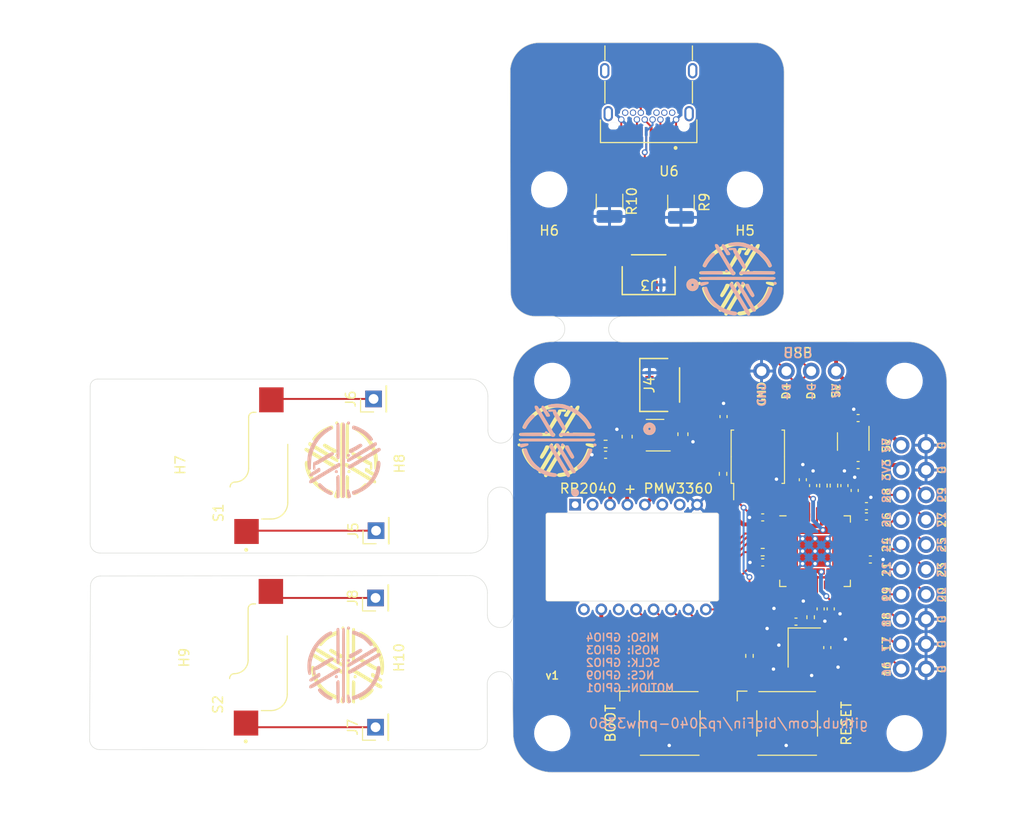
<source format=kicad_pcb>
(kicad_pcb (version 20221018) (generator pcbnew)
  (layers (0 "F.Cu" signal) (31 "B.Cu" signal) (34 "B.Paste" user) (35 "F.Paste" user) (36 "B.SilkS" user "B.Silkscreen") (37 "F.SilkS" user "F.Silkscreen") (38 "B.Mask" user) (39 "F.Mask" user) (44 "Edge.Cuts" user))
  (net 0 "")
  (net 1 "+5V")
  (net 2 "D-")
  (net 3 "D+")
  (net 4 "+3V3")
  (net 5 "+1V1")
  (net 6 "Net-(U2-VDDPIX)")
  (net 7 "Net-(U2-LED_P)")
  (net 8 "XIN")
  (net 9 "XOUT")
  (net 10 "QSPI_SS")
  (net 11 "QSPI_SD3")
  (net 12 "QSPI_SCLK")
  (net 13 "QSPI_SD0")
  (net 14 "QSPI_SD2")
  (net 15 "QSPI_SD1")
  (net 16 "+1V8")
  (net 17 "MISO")
  (net 19 "MOTION")
  (net 20 "SCLK")
  (net 22 "MOSI")
  (net 24 "NCS")
  (net 29 "GPIO29")
  (net 30 "GPIO28")
  (net 31 "GPIO27")
  (net 32 "GPIO26")
  (net 33 "GPIO25")
  (net 34 "GPIO24")
  (net 35 "GPIO23")
  (net 36 "GPIO20")
  (net 37 "GPIO19")
  (net 38 "GPIO18")
  (net 39 "GPIO17")
  (net 40 "GPIO16")
  (net 41 "GPIO21")
  (net 49 "Net-(C2-Pad1)")
  (net 50 "Net-(J5-Pin_1)")
  (net 51 "Net-(J6-Pin_1)")
  (net 52 "Net-(J7-Pin_1)")
  (net 53 "Net-(J8-Pin_1)")
  (net 54 "Net-(R2-Pad2)")
  (net 55 "Net-(U5-USB_DP)")
  (net 56 "Net-(U5-USB_DM)")
  (net 57 "Net-(U5-RUN)")
  (net 72 "+")
  (net 73 "Net-(R10-+)")
  (net 86 "DN")
  (net 87 "DP")
  (net 88 "Net-(R9-+)")
  (net 89 "GND-USB")
  (footprint "Capacitor_SMD:C_0402_1005Metric" (layer "F.Cu") (at 148.85 113.85)
    (fp_text reference "C1" hide)
    (fp_text value "30p")
  )
  (footprint "Capacitor_SMD:C_0402_1005Metric" (layer "F.Cu") (at 141.45 92.9 90)
    (fp_text reference "C7" hide)
    (fp_text value "100n")
  )
  (footprint "Capacitor_SMD:C_0402_1005Metric" (layer "F.Cu") (at 152.4 112.55 -90)
    (fp_text reference "C11" hide)
    (fp_text value "100n")
  )
  (footprint "Capacitor_SMD:C_0402_1005Metric" (layer "F.Cu") (at 156.05 103.1)
    (fp_text reference "C18" hide)
    (fp_text value "100n")
  )
  (footprint "Resistor_SMD:R_0402_1005Metric" (layer "F.Cu") (at 144.1 117.35 -90)
    (fp_text reference "R2" hide)
    (fp_text value "1k")
  )
  (footprint "Resistor_SMD:R_0402_1005Metric" (layer "F.Cu") (at 141.4 98.75 -90)
    (fp_text reference "R3" hide)
    (fp_text value "10k")
  )
  (footprint "RP2040:RP2040-QFN-56" (layer "F.Cu") (at 150.8 106.65)
    (fp_text reference "U5" hide)
    (fp_text value "RP2040")
  )
  (footprint "Crystal:Crystal_SMD_3225-4Pin_3.2x2.5mm" (layer "F.Cu") (at 149.7 116.5 -90)
    (fp_text reference "Y1" hide)
    (fp_text value "Crystal_GND24")
  )
  (footprint "Capacitor_SMD:C_0402_1005Metric" (layer "F.Cu") (at 152.05 116.5 -90)
    (fp_text reference "C2" hide)
    (fp_text value "30p")
  )
  (footprint "Capacitor_SMD:C_0402_1005Metric" (layer "F.Cu") (at 145.45 107.8 180)
    (fp_text reference "C15" hide)
    (fp_text value "100n")
  )
  (footprint "Capacitor_SMD:C_0402_1005Metric" (layer "F.Cu") (at 156.45 107.5)
    (fp_text reference "C14" hide)
    (fp_text value "100n")
  )
  (footprint "Resistor_SMD:R_0402_1005Metric" (layer "F.Cu") (at 150.35 113.4 90)
    (fp_text reference "R1" hide)
    (fp_text value "1k")
  )
  (footprint "Capacitor_SMD:C_0402_1005Metric" (layer "F.Cu") (at 151.37 112.55 -90)
    (fp_text reference "C17" hide)
    (fp_text value "100n")
  )
  (footprint "Capacitor_SMD:C_0402_1005Metric" (layer "F.Cu") (at 145.45 103.2 180)
    (fp_text reference "C13" hide)
    (fp_text value "100n")
  )
  (footprint "Connector_PinHeader_2.54mm:PinHeader_1x04_P2.54mm_Vertical" (layer "F.Cu") (at 152.95 88.25 -90)
    (fp_text reference "J2" hide)
    (fp_text value "Conn_01x04")
  )
  (footprint "Capacitor_SMD:C_0402_1005Metric" (layer "F.Cu") (at 129.4 96.8 180)
    (fp_text reference "C4" hide)
    (fp_text value "4.7u")
  )
  (footprint "Capacitor_SMD:C_0402_1005Metric" (layer "F.Cu") (at 154.85 100.45 90)
    (fp_text reference "C16" hide)
    (fp_text value "1u")
  )
  (footprint "Resistor_SMD:R_0402_1005Metric" (layer "F.Cu") (at 152.73 99.95 -90)
    (fp_text reference "R7" hide)
    (fp_text value "27")
  )
  (footprint "Capacitor_SMD:C_0402_1005Metric" (layer "F.Cu") (at 149.55 99.35 90)
    (fp_text reference "C9" hide)
    (fp_text value "100n")
  )
  (footprint "Resistor_SMD:R_0402_1005Metric" (layer "F.Cu") (at 151.65 99.95 -90)
    (fp_text reference "R6" hide)
    (fp_text value "27")
  )
  (footprint "Capacitor_SMD:C_0402_1005Metric" (layer "F.Cu") (at 150.6 99.95 90)
    (fp_text reference "C12" hide)
    (fp_text value "100n")
  )
  (footprint "MountingHole:MountingHole_3.2mm_M3" (layer "F.Cu") (at 159.95 125.25)
    (fp_text reference "H4" hide)
    (fp_text value "MountingHole")
  )
  (footprint "Button_Switch_SMD:SW_SPST_Omron_B3FS-100xP" (layer "F.Cu") (at 147.95 124.25)
    (fp_text reference "SW2" hide)
    (fp_text value "SW_Push")
  )
  (footprint "Package_TO_SOT_SMD:SOT-23-5" (layer "F.Cu") (at 154.7 95.45 -90)
    (fp_text reference "U1" hide)
    (fp_text value "TLV73333PDBV")
  )
  (footprint "Capacitor_SMD:C_0402_1005Metric" (layer "F.Cu") (at 155.2 97.85 180)
    (fp_text reference "C5" hide)
    (fp_text value "1u")
  )
  (footprint "Capacitor_SMD:C_0402_1005Metric" (layer "F.Cu") (at 155.2 93.05 180)
    (fp_text reference "C3" hide)
    (fp_text value "1u")
  )
  (footprint "MountingHole:MountingHole_3.2mm_M3" (layer "F.Cu") (at 159.95 89.25)
    (fp_text reference "H3" hide)
    (fp_text value "MountingHole")
  )
  (footprint "Capacitor_SMD:C_0402_1005Metric" (layer "F.Cu") (at 153.8 99.95 90)
    (fp_text reference "C10" hide)
    (fp_text value "1u")
  )
  (footprint "Capacitor_SMD:C_0402_1005Metric" (layer "F.Cu") (at 156.05 102.05)
    (fp_text reference "C19" hide)
    (fp_text value "100n")
  )
  (footprint "Resistor_SMD:R_0402_1005Metric" (layer "F.Cu") (at 129.4 95.7 180)
    (fp_text reference "R4" hide)
    (fp_text value "39")
  )
  (footprint "Connector_PinHeader_2.54mm:PinHeader_2x10_P2.54mm_Vertical" (layer "F.Cu") (at 159.6 95.82)
    (fp_text reference "J1" hide)
    (fp_text value "Conn_02x10_Odd_Even")
  )
  (footprint "Package_SO:SOIC-8_5.23x5.23mm_P1.27mm" (layer "F.Cu") (at 144.95 97 90)
    (fp_text reference "U3" hide)
    (fp_text value "W25Q128JVS")
  )
  (footprint "Resistor_SMD:R_0402_1005Metric" (layer "F.Cu") (at 145.45 106.75 180)
    (fp_text reference "R5" hide)
    (fp_text value "10k")
  )
  (footprint "MountingHole:MountingHole_3.2mm_M3" (layer "F.Cu") (at 123.95 125.25)
    (fp_text reference "H2" hide)
    (fp_text value "MountingHole")
  )
  (footprint "Capacitor_SMD:C_0603_1608Metric" (layer "F.Cu") (at 131.6 94.95 90)
    (fp_text reference "C8" hide)
    (fp_text value "1u")
  )
  (footprint "Capacitor_SMD:C_0603_1608Metric" (layer "F.Cu") (at 137.3 94.7 90)
    (fp_text reference "C6" hide)
    (fp_text value "0.1u")
  )
  (footprint "Package_TO_SOT_SMD:SOT-23-5" (layer "F.Cu") (at 134.45 94.8 180)
    (fp_text reference "U4" hide)
    (fp_text value "TCR2EF19")
  )
  (footprint "Button_Switch_SMD:SW_SPST_Omron_B3FS-100xP" (layer "F.Cu") (at 135.95 124.25)
    (fp_text reference "SW1" hide)
    (fp_text value "SW_Push")
  )
  (footprint "MountingHole:MountingHole_3.2mm_M3" (layer "F.Cu") (at 123.95 89.25)
    (fp_text reference "H1" hide)
    (fp_text value "MountingHole")
  )
  (footprint "LOGO" (layer "F.Cu") (at 102.85 118.375 90)
    (fp_text reference "G***" hide)
    (fp_text value "LOGO" hide)
  )
  (footprint "MountingHole:MountingHole_3.2mm_M3" (layer "F.Cu") (at 123.638346 69.697026 180)
    (fp_text reference "H6")
    (fp_text value "MountingHole")
  )
  (footprint "Resistor_SMD:R_1210_3225Metric_Pad1.30x2.65mm_HandSolder" (layer "F.Cu") (at 137.1 71 -90)
    (fp_text reference "R9")
    (fp_text value "5.1k")
  )
  (footprint "LOGO" (layer "F.Cu") (at 102.215 97.42 90)
    (fp_text reference "G***" hide)
    (fp_text value "LOGO" hide)
  )
  (footprint "Kailk SMD socket PG151101S11:SW_PG151101S11" (layer "F.Cu") (at 93.93 117.488 90)
    (fp_text reference "S2")
    (fp_text value "PG151101S11")
  )
  (footprint "footprints:CONN6x1_FH34SRJ-6S-0.5SH50_HIR" (layer "F.Cu") (at 133.8 78.4 180)
    (fp_text reference "J3")
    (fp_text value "FH34SRJ-6S-0.5SH50")
  )
  (footprint "Connector_PinHeader_2.54mm:PinHeader_1x01_P2.54mm_Vertical" (layer "F.Cu") (at 105.895 111.429 90)
    (fp_text reference "J8")
    (fp_text value "Conn_01x01")
  )
  (footprint "MountingHole:MountingHole_3.2mm_M3" (layer "F.Cu") (at 112.55 97.7 90)
    (fp_text reference "H8")
    (fp_text value "MountingHole")
  )
  (footprint "Connector_PinHeader_2.54mm:PinHeader_1x01_P2.54mm_Vertical" (layer "F.Cu") (at 105.946 104.558 90)
    (fp_text reference "J5")
    (fp_text value "Conn_01x01")
  )
  (footprint "Kailk SMD socket PG151101S11:SW_PG151101S11" (layer "F.Cu") (at 93.981 97.913 90)
    (fp_text reference "S1")
    (fp_text value "PG151101S11")
  )
  (footprint "MountingHole:MountingHole_3.2mm_M3" (layer "F.Cu") (at 112.499 117.525 90)
    (fp_text reference "H10")
    (fp_text value "MountingHole")
  )
  (footprint "LOGO" (layer "F.Cu") (at 142.855 79.005 180)
    (fp_text reference "G***" hide)
    (fp_text value "LOGO" hide)
  )
  (footprint "MountingHole:MountingHole_3.2mm_M3" (layer "F.Cu") (at 143.638346 69.697026 180)
    (fp_text reference "H5")
    (fp_text value "MountingHole")
  )
  (footprint "MountingHole:MountingHole_3.2mm_M3" (layer "F.Cu") (at 81.003 117.525 90)
    (fp_text reference "H9")
    (fp_text value "MountingHole")
  )
  (footprint "Connector_PinHeader_2.54mm:PinHeader_1x01_P2.54mm_Vertical" (layer "F.Cu") (at 105.895 124.637 90)
    (fp_text reference "J7")
    (fp_text value "Conn_01x01")
  )
  (footprint "LOGO" (layer "F.Cu") (at 124.44 95.515 180)
    (fp_text reference "G***" hide)
    (fp_text value "LOGO" hide)
  )
  (footprint "Resistor_SMD:R_1210_3225Metric_Pad1.30x2.65mm_HandSolder" (layer "F.Cu") (at 129.8 70.9 -90)
    (fp_text reference "R10")
    (fp_text value "5.1k")
  )
  (footprint "Connector_PinHeader_2.54mm:PinHeader_1x01_P2.54mm_Vertical" (layer "F.Cu") (at 105.692 91.096 90)
    (fp_text reference "J6")
    (fp_text value "Conn_01x01")
  )
  (footprint "MountingHole:MountingHole_3.2mm_M3" (layer "F.Cu") (at 81.054 97.7 90)
    (fp_text reference "H7")
    (fp_text value "MountingHole")
  )
  (footprint "footprints:CONN6x1_FH34SRJ-6S-0.5SH50_HIR" (layer "F.Cu") (at 134.925007 89.67 90)
    (fp_text reference "J4")
    (fp_text value "FH34SRJ-6S-0.5SH50")
  )
  (footprint "TypeC:AMPHENOL_GSB3CA11310DSHR" (layer "F.Cu") (at 133.8 63.2 180)
    (fp_text reference "U6")
    (fp_text value "TYPE-C-31-M-14")
    (fp_line (start 3.45 -0.35) (end 3.75 -0.35) (stroke (width 0.01)) (layer "Edge.Cuts"))
    (fp_line (start 3.75 0.35) (end 3.45 0.35) (stroke (width 0.01)) (layer "Edge.Cuts"))
    (fp_arc (start 3.1 0) (mid 3.202513 -0.247487) (end 3.45 -0.35) (stroke (width 0.01)) (layer "Edge.Cuts"))
    (fp_arc (start 3.45 0.35) (mid 3.202513 0.247487) (end 3.1 0) (stroke (width 0.01)) (layer "Edge.Cuts"))
    (fp_arc (start 3.75 -0.35) (mid 3.997487 -0.247487) (end 4.1 0) (stroke (width 0.01)) (layer "Edge.Cuts"))
    (fp_arc (start 4.1 0) (mid 3.997487 0.247487) (end 3.75 0.35) (stroke (width 0.01)) (layer "Edge.Cuts"))
  )
  (footprint "PMW3360:PMW3360" (layer "B.Cu") (at 126.29 101.9 -90)
    (fp_text reference "U2" hide)
    (fp_text value "PMW3360")
  )
  (footprint "LOGO" (layer "B.Cu") (at 124.44 95.515)
    (fp_text reference "G***" hide)
    (fp_text value "LOGO" hide)
  )
  (footprint "LOGO" (layer "B.Cu") (at 142.855 79.005)
    (fp_text reference "G***" hide)
    (fp_text value "LOGO" hide)
  )
  (footprint "LOGO" (layer "B.Cu") (at 102.85 97.42 90)
    (fp_text reference "G***" hide)
    (fp_text value "LOGO" hide)
  )
  (footprint "LOGO" (layer "B.Cu") (at 102.85 118.375 90)
    (fp_text reference "G***" hide)
    (fp_text value "LOGO" hide)
  )
  (gr_arc (start 164.25 125.25) (mid 163.078427 128.078427) (end 160.25 129.25) (stroke (width 0.05)) (layer "Edge.Cuts"))
  (gr_line (start 123.5 111.75) (end 140.75 111.75) (stroke (width 0.05)) (layer "Edge.Cuts"))
  (gr_arc (start 123.5 111.75) (mid 123.358579 111.691421) (end 123.3 111.55) (stroke (width 0.05)) (layer "Edge.Cuts"))
  (gr_line (start 123.909998 82.649692) (end 122.229026 82.659026) (stroke (width 0.05)) (layer "Edge.Cuts"))
  (gr_arc (start 140.75 102.75) (mid 140.891421 102.808579) (end 140.95 102.95) (stroke (width 0.05)) (layer "Edge.Cuts"))
  (gr_arc (start 119.915531 113.174891) (mid 118.632557 114.455556) (end 117.325001 113.2) (stroke (width 0.05)) (layer "Edge.Cuts"))
  (gr_arc (start 115.598 89.064) (mid 116.855236 89.584764) (end 117.376 90.842) (stroke (width 0.05)) (layer "Edge.Cuts"))
  (gr_line (start 117.376 90.842) (end 117.376 94.275) (stroke (width 0.05)) (layer "Edge.Cuts"))
  (gr_line (start 117.325 110.921) (end 117.325 113.2) (stroke (width 0.05)) (layer "Edge.Cuts"))
  (gr_line (start 140.95 111.55) (end 140.95 102.95) (stroke (width 0.05)) (layer "Edge.Cuts"))
  (gr_line (start 160.25 85.25) (end 131 85.275) (stroke (width 0.05)) (layer "Edge.Cuts"))
  (gr_line (start 123.95 129.25) (end 160.25 129.25) (stroke (width 0.05)) (layer "Edge.Cuts"))
  (gr_arc (start 122.229026 82.659026) (mid 120.432975 81.915077) (end 119.689026 80.119026) (stroke (width 0.05)) (layer "Edge.Cuts"))
  (gr_arc (start 117.355555 101.349385) (mid 118.65281 100.104977) (end 119.924999 101.375) (stroke (width 0.05)) (layer "Edge.Cuts"))
  (gr_arc (start 117.376 105.066) (mid 116.855236 106.323236) (end 115.598 106.844) (stroke (width 0.05)) (layer "Edge.Cuts"))
  (gr_line (start 119.95 89.25) (end 119.964433 94.299887) (stroke (width 0.05)) (layer "Edge.Cuts"))
  (gr_arc (start 144.638346 54.697026) (mid 146.759666 55.575706) (end 147.638346 57.697026) (stroke (width 0.05)) (layer "Edge.Cuts"))
  (gr_arc (start 115.547 109.143) (mid 116.804236 109.663764) (end 117.325 110.921) (stroke (width 0.05)) (layer "Edge.Cuts"))
  (gr_arc (start 140.95 111.55) (mid 140.891421 111.691421) (end 140.75 111.75) (stroke (width 0.05)) (layer "Edge.Cuts"))
  (gr_line (start 77.498 89.064) (end 115.598 89.064) (stroke (width 0.05)) (layer "Edge.Cuts"))
  (gr_line (start 119.689026 80.119026) (end 119.638346 57.697026) (stroke (width 0.05)) (layer "Edge.Cuts"))
  (gr_arc (start 77.752 106.844) (mid 77.03358 106.54642) (end 76.736 105.828) (stroke (width 0.05)) (layer "Edge.Cuts"))
  (gr_arc (start 160.25 85.25) (mid 163.078427 86.421573) (end 164.25 89.25) (stroke (width 0.05)) (layer "Edge.Cuts"))
  (gr_line (start 116.304 126.936) (end 77.701 126.923) (stroke (width 0.05)) (layer "Edge.Cuts"))
  (gr_arc (start 77.701 126.923) (mid 76.98258 126.62542) (end 76.685 125.907) (stroke (width 0.05)) (layer "Edge.Cuts"))
  (gr_arc (start 147.610974 80.100974) (mid 146.867026 81.897026) (end 145.070974 82.640974) (stroke (width 0.05)) (layer "Edge.Cuts"))
  (gr_arc (start 123.909998 82.649692) (mid 125.220193 83.929998) (end 123.95 85.25) (stroke (width 0.05)) (layer "Edge.Cuts"))
  (gr_line (start 147.610974 80.100974) (end 147.638346 57.697026) (stroke (width 0.05)) (layer "Edge.Cuts"))
  (gr_arc (start 117.32 125.92) (mid 117.02242 126.63842) (end 116.304 126.936) (stroke (width 0.05)) (layer "Edge.Cuts"))
  (gr_line (start 76.736 105.828) (end 76.736 89.826) (stroke (width 0.05)) (layer "Edge.Cuts"))
  (gr_line (start 115.598 106.844) (end 77.752 106.844) (stroke (width 0.05)) (layer "Edge.Cuts"))
  (gr_arc (start 123.3 102.95) (mid 123.358579 102.808579) (end 123.5 102.75) (stroke (width 0.05)) (layer "Edge.Cuts"))
  (gr_arc (start 119.95 89.25) (mid 121.121573 86.421573) (end 123.95 85.25) (stroke (width 0.05)) (layer "Edge.Cuts"))
  (gr_line (start 119.925 101.375) (end 119.925 113.175) (stroke (width 0.05)) (layer "Edge.Cuts"))
  (gr_arc (start 119.964433 94.299887) (mid 118.657555 95.604413) (end 117.376 94.275) (stroke (width 0.05)) (layer "Edge.Cuts"))
  (gr_line (start 144.638346 54.697026) (end 122.638346 54.697026) (stroke (width 0.05)) (layer "Edge.Cuts"))
  (gr_line (start 131.03 82.69) (end 145.070974 82.640974) (stroke (width 0.05)) (layer "Edge.Cuts"))
  (gr_arc (start 76.77142 110.20342) (mid 77.069 109.485) (end 77.78742 109.18742) (stroke (width 0.05)) (layer "Edge.Cuts"))
  (gr_arc (start 119.638346 57.697026) (mid 120.517026 55.575706) (end 122.638346 54.697026) (stroke (width 0.05)) (layer "Edge.Cuts"))
  (gr_line (start 140.75 102.75) (end 123.5 102.75) (stroke (width 0.05)) (layer "Edge.Cuts"))
  (gr_line (start 164.25 125.25) (end 164.25 89.25) (stroke (width 0.05)) (layer "Edge.Cuts"))
  (gr_arc (start 123.95 129.25) (mid 121.121573 128.078427) (end 119.95 125.25) (stroke (width 0.05)) (layer "Edge.Cuts"))
  (gr_arc (start 76.736 89.826) (mid 76.959185 89.287185) (end 77.498 89.064) (stroke (width 0.05)) (layer "Edge.Cuts"))
  (gr_line (start 117.32 125.92) (end 117.305405 120.275542) (stroke (width 0.05)) (layer "Edge.Cuts"))
  (gr_line (start 117.376 105.066) (end 117.355555 101.349385) (stroke (width 0.05)) (layer "Edge.Cuts"))
  (gr_line (start 123.3 102.95) (end 123.3 111.55) (stroke (width 0.05)) (layer "Edge.Cuts"))
  (gr_arc (start 131 85.270348) (mid 129.709739 83.964999) (end 131.03 82.690001) (stroke (width 0.05)) (layer "Edge.Cuts"))
  (gr_arc (start 117.305405 120.275542) (mid 118.564728 118.955162) (end 119.874999 120.225) (stroke (width 0.05)) (layer "Edge.Cuts"))
  (gr_line (start 76.685 125.907) (end 76.77142 110.20342) (stroke (width 0.05)) (layer "Edge.Cuts"))
  (gr_line (start 77.78742 109.18742) (end 115.547 109.143) (stroke (width 0.05)) (layer "Edge.Cuts"))
  (gr_line (start 119.95 125.25) (end 119.875 120.225) (stroke (width 0.05)) (layer "Edge.Cuts"))
  (gr_text "29" (at 163.75 100.9 90) (layer "B.SilkS") (effects (font (size 0.8 0.8)) (justify mirror)))
  (gr_text "G" (at 163.75 95.85 90) (layer "B.SilkS") (effects (font (size 0.8 0.8)) (justify mirror)))
  (gr_text "G" (at 163.75 98.35 90) (layer "B.SilkS") (effects (font (size 0.8 0.8)) (justify mirror)))
  (gr_text "27" (at 163.75 103.45 90) (layer "B.SilkS") (effects (font (size 0.8 0.8)) (justify mirror)))
  (gr_text "25" (at 163.75 106 90) (layer "B.SilkS") (effects (font (size 0.8 0.8)) (justify mirror)))
  (gr_text "23" (at 163.75 108.55 90) (layer "B.SilkS") (effects (font (size 0.8 0.8)) (justify mirror)))
  (gr_text "20" (at 163.75 111.1 90) (layer "B.SilkS") (effects (font (size 0.8 0.8)) (justify mirror)))
  (gr_text "G" (at 163.75 118.7 90) (layer "B.SilkS") (effects (font (size 0.8 0.8)) (justify mirror)))
  (gr_text "G" (at 163.75 113.6 90) (layer "B.SilkS") (effects (font (size 0.8 0.8)) (justify mirror)))
  (gr_text "G" (at 163.75 116.15 90) (layer "B.SilkS") (effects (font (size 0.8 0.8)) (justify mirror)))
  (gr_text "19" (at 158.1 111.05 90) (layer "B.SilkS") (effects (font (size 0.8 0.8)) (justify mirror)))
  (gr_text "17" (at 158.1 116.15 90) (layer "B.SilkS") (effects (font (size 0.8 0.8)) (justify mirror)))
  (gr_text "16" (at 158.1 118.7 90) (layer "B.SilkS") (effects (font (size 0.8 0.8)) (justify mirror)))
  (gr_text "24" (at 158.1 106 90) (layer "B.SilkS") (effects (font (size 0.8 0.8)) (justify mirror)))
  (gr_text "3V3" (at 158.1 98.35 90) (layer "B.SilkS") (effects (font (size 0.8 0.8)) (justify mirror)))
  (gr_text "5V" (at 158.1 95.85 90) (layer "B.SilkS") (effects (font (size 0.8 0.8)) (justify mirror)))
  (gr_text "21" (at 158.1 108.5 90) (layer "B.SilkS") (effects (font (size 0.8 0.8)) (justify mirror)))
  (gr_text "26" (at 158.1 103.45 90) (layer "B.SilkS") (effects (font (size 0.8 0.8)) (justify mirror)))
  (gr_text "28" (at 158.1 100.95 90) (layer "B.SilkS") (effects (font (size 0.8 0.8)) (justify mirror)))
  (gr_text "18" (at 158.1 113.65 90) (layer "B.SilkS") (effects (font (size 0.8 0.8)) (justify mirror)))
  (gr_text "GND" (at 145.361905 89.35 90) (layer "B.SilkS") (effects (font (size 0.8 0.8)) (justify left mirror)))
  (gr_text "D-" (at 150.45 89.4 90) (layer "B.SilkS") (effects (font (size 0.8 0.8)) (justify left mirror)))
  (gr_text "5V" (at 153 89.45 90) (layer "B.SilkS") (effects (font (size 0.8 0.8)) (justify left mirror)))
  (gr_text "D+" (at 147.9 89.4 90) (layer "B.SilkS") (effects (font (size 0.8 0.8)) (justify left mirror)))
  (gr_text "USB" (at 149.05 86.4) (layer "B.SilkS") (effects (font (size 1 1)) (justify mirror)))
  (gr_text "MISO: GPIO4\nMOSI: GPIO3\nSCLK: GPIO2\nNCS: GPIO9\nMOTION: GPIO1" (at 127.3 118.05) (layer "B.SilkS") (effects (font (size 0.8 0.8)) (justify right mirror)))
  (gr_text "github.com/bigFin/rp2040-pmw3360" (at 141.95 124.25) (layer "B.SilkS") (effects (font (size 1 1)) (justify mirror)))
  (gr_text "29" (at 163.75 100.9 90) (layer "F.SilkS") (effects (font (size 0.8 0.8))))
  (gr_text "USB" (at 149.05 86.4) (layer "F.SilkS") (effects (font (size 1 1))))
  (gr_text "18" (at 158.1 113.65 90) (layer "F.SilkS") (effects (font (size 0.8 0.8))))
  (gr_text "BOOT" (at 129.9 124.25 90) (layer "F.SilkS") (effects (font (size 1 1))))
  (gr_text "v1" (at 123.95 119.35) (layer "F.SilkS") (effects (font (size 0.8 0.8))))
  (gr_text "5V" (at 158.1 95.85 90) (layer "F.SilkS") (effects (font (size 0.8 0.8))))
  (gr_text "27" (at 163.75 103.45 90) (layer "F.SilkS") (effects (font (size 0.8 0.8))))
  (gr_text "G" (at 163.75 116.15 90) (layer "F.SilkS") (effects (font (size 0.8 0.8))))
  (gr_text "RESET" (at 154 124.25 90) (layer "F.SilkS") (effects (font (size 1 1))))
  (gr_text "23" (at 163.75 108.55 90) (layer "F.SilkS") (effects (font (size 0.8 0.8))))
  (gr_text "5V" (at 152.95 89.45 90) (layer "F.SilkS") (effects (font (size 0.8 0.8)) (justify right)))
  (gr_text "26" (at 158.1 103.45 90) (layer "F.SilkS") (effects (font (size 0.8 0.8))))
  (gr_text "G" (at 163.75 113.6 90) (layer "F.SilkS") (effects (font (size 0.8 0.8))))
  (gr_text "GND" (at 145.35 89.25 90) (layer "F.SilkS") (effects (font (size 0.8 0.8)) (justify right)))
  (gr_text "20" (at 163.75 111.1 90) (layer "F.SilkS") (effects (font (size 0.8 0.8))))
  (gr_text "21" (at 158.1 108.5 90) (layer "F.SilkS") (effects (font (size 0.8 0.8))))
  (gr_text "G" (at 163.75 98.35 90) (layer "F.SilkS") (effects (font (size 0.8 0.8))))
  (gr_text "25" (at 163.75 106 90) (layer "F.SilkS") (effects (font (size 0.8 0.8))))
  (gr_text "28" (at 158.1 100.95 90) (layer "F.SilkS") (effects (font (size 0.8 0.8))))
  (gr_text "3V3" (at 158.1 98.35 90) (layer "F.SilkS") (effects (font (size 0.8 0.8))))
  (gr_text "G" (at 163.75 118.7 90) (layer "F.SilkS") (effects (font (size 0.8 0.8))))
  (gr_text "G" (at 163.75 95.85 90) (layer "F.SilkS") (effects (font (size 0.8 0.8))))
  (gr_text "D+" (at 147.85 89.25 90) (layer "F.SilkS") (effects (font (size 0.8 0.8)) (justify right)))
  (gr_text "RP2040 + PMW3360" (at 132.55 100.25) (layer "F.SilkS") (effects (font (size 1 1))))
  (gr_text "D-" (at 150.4 89.25 90) (layer "F.SilkS") (effects (font (size 0.8 0.8)) (justify right)))
  (gr_text "19" (at 158.1 111.05 90) (layer "F.SilkS") (effects (font (size 0.8 0.8))))
  (gr_text "16" (at 158.1 118.7 90) (layer "F.SilkS") (effects (font (size 0.8 0.8))))
  (gr_text "17" (at 158.1 116.15 90) (layer "F.SilkS") (effects (font (size 0.8 0.8))))
  (gr_text "24" (at 158.1 106 90) (layer "F.SilkS") (effects (font (size 0.8 0.8))))
  (segment (start 154.825 90.975) (end 154.825 90.225) (width 0.4) (layer "F.Cu") (net 1))
  (segment (start 154.825 90.975) (end 155.68 91.83) (width 0.4) (layer "F.Cu") (net 1))
  (segment (start 155.68 93.05) (end 155.68 94.32) (width 0.4) (layer "F.Cu") (net 1))
  (segment (start 155.68 91.83) (end 155.68 93.05) (width 0.4) (layer "F.Cu") (net 1))
  (segment (start 153.75 92.113998) (end 154.825 91.038998) (width 0.4) (layer "F.Cu") (net 1))
  (segment (start 153.75 94.35) (end 153.75 92.113998) (width 0.4) (layer "F.Cu") (net 1))
  (segment (start 155.68 94.32) (end 155.65 94.35) (width 0.2) (layer "F.Cu") (net 1))
  (segment (start 135.625 93.925) (end 135.55 93.85) (width 0.381) (layer "F.Cu") (net 1))
  (segment (start 137.3 93.925) (end 138.225 93.925) (width 0.4) (layer "F.Cu") (net 1))
  (segment (start 135.55 93.85) (end 137.225 93.85) (width 0.4) (layer "F.Cu") (net 1))
  (segment (start 137.225 93.85) (end 137.3 93.925) (width 0.381) (layer "F.Cu") (net 1))
  (segment (start 136.149999 96.349999) (end 135.55 95.75) (width 0.4) (layer "F.Cu") (net 1))
  (segment (start 151.55 85.7125) (end 152.95 87.1125) (width 0.4) (layer "F.Cu") (net 1))
  (segment (start 129.57 92.44) (end 129.57 90.71) (width 0.4) (layer "F.Cu") (net 1))
  (segment (start 155.68 93.05) (end 156.83 93.05) (width 0.4) (layer "F.Cu") (net 1))
  (segment (start 139.1 96.05) (end 138.800001 96.349999) (width 0.4) (layer "F.Cu") (net 1))
  (segment (start 152.95 88.35) (end 154.825 90.225) (width 0.4) (layer "F.Cu") (net 1))
  (segment (start 139.1 94.8) (end 139.1 96.05) (width 0.4) (layer "F.Cu") (net 1))
  (segment (start 129.57 90.71) (end 129.57 87.07) (width 0.4) (layer "F.Cu") (net 1))
  (segment (start 133.88 90.92) (end 129.78 90.92) (width 0.4) (layer "F.Cu") (net 1))
  (segment (start 129.78 90.92) (end 129.57 90.71) (width 0.4) (layer "F.Cu") (net 1))
  (segment (start 133.3 85.7125) (end 151.55 85.7125) (width 0.4) (layer "F.Cu") (net 1))
  (segment (start 152.95 88.25) (end 152.95 88.35) (width 0.4) (layer "F.Cu") (net 1))
  (segment (start 129.57 87.07) (end 130.9275 85.7125) (width 0.4) (layer "F.Cu") (net 1))
  (segment (start 138.225 93.925) (end 139.1 94.8) (width 0.4) (layer "F.Cu") (net 1))
  (segment (start 138.800001 96.349999) (end 136.149999 96.349999) (width 0.4) (layer "F.Cu") (net 1))
  (segment (start 130.9275 85.7125) (end 133.3 85.7125) (width 0.4) (layer "F.Cu") (net 1))
  (segment (start 138.225 93.925) (end 137.05 92.75) (width 0.4) (layer "F.Cu") (net 1))
  (segment (start 156.83 93.05) (end 159.6 95.82) (width 0.4) (layer "F.Cu") (net 1))
  (segment (start 152.95 87.1125) (end 152.95 88.25) (width 0.4) (layer "F.Cu") (net 1))
  (segment (start 137.05 92.75) (end 129.88 92.75) (width 0.4) (layer "F.Cu") (net 1))
  (segment (start 129.88 92.75) (end 129.57 92.44) (width 0.4) (layer "F.Cu") (net 1))
  (segment (start 131.08 89.41) (end 131.59 89.92) (width 0.2) (layer "F.Cu") (net 2))
  (segment (start 152.35001 98.85001) (end 152.35001 97.984312) (width 0.2) (layer "F.Cu") (net 2))
  (segment (start 149.15001 89.44999) (end 150.35 88.25) (width 0.2) (layer "F.Cu") (net 2))
  (segment (start 152.73 99.23) (end 152.35001 98.85001) (width 0.2) (layer "F.Cu") (net 2))
  (segment (start 148.42 86.26) (end 131.51 86.26) (width 0.2) (layer "F.Cu") (net 2))
  (segment (start 151.05 96.684302) (end 151.05 92.134302) (width 0.2) (layer "F.Cu") (net 2))
  (segment (start 149.15001 90.234312) (end 149.15001 89.44999) (width 0.2) (layer "F.Cu") (net 2))
  (segment (start 151.05 92.134302) (end 149.15001 90.234312) (width 0.2) (layer "F.Cu") (net 2))
  (segment (start 152.73 99.44) (end 152.73 99.23) (width 0.2) (layer "F.Cu") (net 2))
  (segment (start 150.41 88.25) (end 148.42 86.26) (width 0.2) (layer "F.Cu") (net 2))
  (segment (start 131.51 86.26) (end 131.08 86.69) (width 0.2) (layer "F.Cu") (net 2))
  (segment (start 131.59 89.92) (end 133.88 89.92) (width 0.2) (layer "F.Cu") (net 2))
  (segment (start 131.08 86.69) (end 131.08 89.41) (width 0.2) (layer "F.Cu") (net 2))
  (segment (start 152.35001 97.984312) (end 151.05 96.684302) (width 0.2) (layer "F.Cu") (net 2))
  (segment (start 150.35 88.25) (end 150.41 88.25) (width 0.2) (layer "F.Cu") (net 2))
  (segment (start 151.95 98.15) (end 150.65 96.85) (width 0.2) (layer "F.Cu") (net 3))
  (segment (start 131.655686 86.68) (end 131.642843 86.692843) (width 0.2) (layer "F.Cu") (net 3))
  (segment (start 151.95 98.9) (end 151.95 98.15) (width 0.2) (layer "F.Cu") (net 3))
  (segment (start 151.65 99.2) (end 151.95 98.9) (width 0.2) (layer "F.Cu") (net 3))
  (segment (start 148.75 89.4) (end 147.87 88.52) (width 0.2) (layer "F.Cu") (net 3))
  (segment (start 131.91 89.42) (end 133.88 89.42) (width 0.2) (layer "F.Cu") (net 3))
  (segment (start 147.87 88.25) (end 146.3 86.68) (width 0.2) (layer "F.Cu") (net 3))
  (segment (start 150.65 96.85) (end 150.65 92.3) (width 0.2) (layer "F.Cu") (net 3))
  (segment (start 131.642843 86.692843) (end 131.642843 89.152843) (width 0.2) (layer "F.Cu") (net 3))
  (segment (start 151.65 99.44) (end 151.65 99.2) (width 0.2) (layer "F.Cu") (net 3))
  (segment (start 147.87 88.52) (end 147.87 88.25) (width 0.2) (layer "F.Cu") (net 3))
  (segment (start 146.3 86.68) (end 131.655686 86.68) (width 0.2) (layer "F.Cu") (net 3))
  (segment (start 150.65 92.3) (end 148.75 90.4) (width 0.2) (layer "F.Cu") (net 3))
  (segment (start 148.75 90.4) (end 148.75 89.4) (width 0.2) (layer "F.Cu") (net 3))
  (segment (start 131.642843 89.152843) (end 131.91 89.42) (width 0.2) (layer "F.Cu") (net 3))
  (segment (start 155.68 97.85) (end 155.65 97.88) (width 0.4) (layer "F.Cu") (net 4))
  (segment (start 155.65 96.55) (end 155.65 97.82) (width 0.381) (layer "F.Cu") (net 4))
  (segment (start 155.65 97.82) (end 155.68 97.85) (width 0.2) (layer "F.Cu") (net 4))
  (segment (start 147.3625 107.65) (end 147.9 107.65) (width 0.2) (layer "F.Cu") (net 4))
  (segment (start 141.45 93.38) (end 143.025 93.38) (width 0.4) (layer "F.Cu") (net 4))
  (segment (start 151 103.2125) (end 151 103.95) (width 0.2) (layer "F.Cu") (net 4))
  (segment (start 155.65 101.97) (end 155.57 102.05) (width 0.4) (layer "F.Cu") (net 4))
  (segment (start 151.4 103.2125) (end 151.4 103.85) (width 0.2) (layer "F.Cu") (net 4))
  (segment (start 155.82 107.65) (end 155.97 107.5) (width 0.2) (layer "F.Cu") (net 4))
  (segment (start 154.25 101.65) (end 154.25 102) (width 0.4) (layer "F.Cu") (net 4))
  (segment (start 141.45 98.19) (end 141.4 98.24) (width 0.4) (layer "F.Cu") (net 4))
  (segment (start 153 102.6) (end 153.2 102.4) (width 0.2) (layer "F.Cu") (net 4))
  (segment (start 155.47 100.93) (end 155.68 100.72) (width 0.4) (layer "F.Cu") (net 4))
  (segment (start 154.25 102) (end 154.3 102.05) (width 0.4) (layer "F.Cu") (net 4))
  (segment (start 145.96 106.75) (end 145.96 107.82) (width 0.4) (layer "F.Cu") (net 4))
  (segment (start 147.3625 103.7) (end 147.3625 103.94999) (width 0.4) (layer "F.Cu") (net 4))
  (segment (start 153.45 104.05) (end 153.4 104) (width 0.2) (layer "F.Cu") (net 4))
  (segment (start 139.45 100.05) (end 135.26 100.05) (width 0.4) (layer "F.Cu") (net 4))
  (segment (start 154.2375 107.65) (end 153.35 107.65) (width 0.2) (layer "F.Cu") (net 4))
  (segment (start 139.5 100) (end 139.51 100) (width 0.4) (layer "F.Cu") (net 4))
  (segment (start 154.85 100.93) (end 154.85 101.05) (width 0.4) (layer "F.Cu") (net 4))
  (segment (start 151.25 102) (end 151.25 101.011996) (width 0.2) (layer "F.Cu") (net 4))
  (segment (start 154.2375 104.05) (end 153.45 104.05) (width 0.2) (layer "F.Cu") (net 4))
  (segment (start 139.51 100) (end 141.27 98.24) (width 0.4) (layer "F.Cu") (net 4))
  (segment (start 143.41001 103.91001) (end 139.5 100) (width 0.4) (layer "F.Cu") (net 4))
  (segment (start 159.09 97.85) (end 159.6 98.36) (width 0.4) (layer "F.Cu") (net 4))
  (segment (start 139.5 100) (end 139.45 100.05) (width 0.4) (layer "F.Cu") (net 4))
  (segment (start 146.9625 103.3) (end 147.3625 103.7) (width 0.4) (layer "F.Cu") (net 4))
  (segment (start 151 110.0875) (end 151 109.35) (width 0.2) (layer "F.Cu") (net 4))
  (segment (start 155.57 102.05) (end 154.3 102.05) (width 0.4) (layer "F.Cu") (net 4))
  (segment (start 135.26 100.05) (end 133.41 101.9) (width 0.4) (layer "F.Cu") (net 4))
  (segment (start 155.47 100.93) (end 155.65 101.11) (width 0.4) (layer "F.Cu") (net 4))
  (segment (start 151 111.15) (end 151.4 111.55) (width 0.2) (layer "F.Cu") (net 4))
  (segment (start 143.025 93.38) (end 143.045 93.4) (width 0.381) (layer "F.Cu") (net 4))
  (segment (start 153 103.85) (end 153.2 104.05) (width 0.2) (layer "F.Cu") (net 4))
  (segment (start 153.4 104) (end 153.4 103.2125) (width 0.2) (layer "F.Cu") (net 4))
  (segment (start 145.93 103.3) (end 146.9625 103.3) (width 0.4) (layer "F.Cu") (net 4))
  (segment (start 151.25 101.011996) (end 150.668004 100.43) (width 0.2) (layer "F.Cu") (net 4))
  (segment (start 153.55 102.05) (end 153.2 102.4) (width 0.4) (layer "F.Cu") (net 4))
  (segment (start 151 102.25) (end 151.25 102) (width 0.2) (layer "F.Cu") (net 4))
  (segment (start 145.93 103.56) (end 145.57999 103.91001) (width 0.4) (layer "F.Cu") (net 4))
  (segment (start 150.668004 100.43) (end 150.6 100.43) (width 0.2) (layer "F.Cu") (net 4))
  (segment (start 145.93 103.25) (end 145.93 103.56) (width 0.4) (layer "F.Cu") (net 4))
  (segment (start 147.3625 104.05) (end 148.15 104.05) (width 0.2) (layer "F.Cu") (net 4))
  (segment (start 145.96 107.82) (end 145.93 107.85) (width 0.4) (layer "F.Cu") (net 4))
  (segment (start 151.4 102.15) (end 151.25 102) (width 0.2) (layer "F.Cu") (net 4))
  (segment (start 154.85 101.05) (end 154.25 101.65) (width 0.4) (layer "F.Cu") (net 4))
  (segment (start 151.4 112.04) (end 151.37 112.07) (width 0.2) (layer "F.Cu") (net 4))
  (segment (start 155.65 101.11) (end 155.65 101.97) (width 0.4) (layer "F.Cu") (net 4))
  (segment (start 147.9 107.65) (end 148.05 107.65) (width 0.2) (layer "F.Cu") (net 4))
  (segment (start 151.4 103.2125) (end 151.4 102.15) (width 0.2) (layer "F.Cu") (net 4))
  (segment (start 154.3 102.05) (end 154.2375 102.1125) (width 0.4) (layer "F.Cu") (net 4))
  (segment (start 155.68 97.85) (end 159.09 97.85) (width 0.4) (layer "F.Cu") (net 4))
  (segment (start 147.3625 107.65) (end 145.93 107.65) (width 0.2) (layer "F.Cu") (net 4))
  (segment (start 154.2375 102.1125) (end 154.2375 103.94999) (width 0.4) (layer "F.Cu") (net 4))
  (segment (start 151 110.0875) (end 151 111.15) (width 0.2) (layer "F.Cu") (net 4))
  (segment (start 155.57 103.1) (end 153.5 103.1) (width 0.4) (layer "F.Cu") (net 4))
  (segment (start 154.85 100.93) (end 155.47 100.93) (width 0.4) (layer "F.Cu") (net 4))
  (segment (start 151 103.2125) (end 151 102.25) (width 0.2) (layer "F.Cu") (net 4))
  (segment (start 155.68 100.72) (end 155.68 97.85) (width 0.4) (layer "F.Cu") (net 4))
  (segment (start 153 103.2125) (end 153 102.6) (width 0.2) (layer "F.Cu") (net 4))
  (segment (start 155.57 102.05) (end 155.57 103.1) (width 0.4) (layer "F.Cu") (net 4))
  (segment (start 151.4 111.55) (end 151.4 112.04) (width 0.2) (layer "F.Cu") (net 4))
  (segment (start 145.57999 103.91001) (end 143.41001 103.91001) (width 0.4) (layer "F.Cu") (net 4))
  (segment (start 153.2 102.4) (end 153.45 102.15) (width 0.2) (layer "F.Cu") (net 4))
  (segment (start 154.2375 107.65) (end 155.82 107.65) (width 0.2) (layer "F.Cu") (net 4))
  (segment (start 151.4 103.85) (end 151.35 103.9) (width 0.2) (layer "F.Cu") (net 4))
  (segment (start 153 103.2125) (end 153 103.85) (width 0.2) (layer "F.Cu") (net 4))
  (segment (start 154.3 102.05) (end 153.55 102.05) (width 0.4) (layer "F.Cu") (net 4))
  (segment (start 141.27 98.24) (end 141.4 98.24) (width 0.4) (layer "F.Cu") (net 4))
  (segment (start 141.45 93.38) (end 141.45 98.19) (width 0.4) (layer "F.Cu") (net 4))
  (segment (start 151.4 110.7) (end 151.95 111.25) (width 0.2) (layer "F.Cu") (net 5))
  (segment (start 152.6 103.9) (end 152.4 104.1) (width 0.2) (layer "F.Cu") (net 5))
  (segment (start 153.8 100.9) (end 153.8 100.43) (width 0.2) (layer "F.Cu") (net 5))
  (segment (start 150.6 103.2125) (end 150.6 101.300002) (width 0.2) (layer "F.Cu") (net 5))
  (segment (start 152.6 103.2125) (end 152.6 102.1) (width 0.2) (layer "F.Cu") (net 5))
  (segment (start 149.55 99.83) (end 149.55 100.4) (width 0.2) (layer "F.Cu") (net 5))
  (segment (start 151.4 110.0875) (end 151.4 110.7) (width 0.2) (layer "F.Cu") (net 5))
  (segment (start 152.4 111.7) (end 152.4 112.07) (width 0.2) (layer "F.Cu") (net 5))
  (segment (start 150.450001 101.300001) (end 150.600001 101.300001) (width 0.2) (layer "F.Cu") (net 5))
  (segment (start 151.95 111.25) (end 152.4 111.7) (width 0.2) (layer "F.Cu") (net 5))
  (segment (start 149.55 100.4) (end 150.450001 101.300001) (width 0.2) (layer "F.Cu") (net 5))
  (segment (start 150.6 101.300002) (end 150.600001 101.300001) (width 0.2) (layer "F.Cu") (net 5))
  (segment (start 152.6 102.1) (end 153.8 100.9) (width 0.2) (layer "F.Cu") (net 5))
  (segment (start 152.6 103.2125) (end 152.6 103.9) (width 0.2) (layer "F.Cu") (net 5))
  (via (at 151.95 111.25) (size 0.6) (drill 0.35) (layers "F.Cu" "B.Cu") (net 5))
  (via (at 151.4499 108.757729) (size 0.6) (drill 0.35) (layers "F.Cu" "B.Cu") (net 5))
  (via (at 151.6 104.495055) (size 0.6) (drill 0.35) (layers "F.Cu" "B.Cu") (net 5))
  (via (at 150.600001 101.300001) (size 0.6) (drill 0.35) (layers "F.Cu" "B.Cu") (net 5))
  (segment (start 151.4499 108.757729) (end 151.4 108.807629) (width 0.4) (layer "B.Cu") (net 5))
  (segment (start 150.600001 101.300001) (end 150.600001 103.495056) (width 0.4) (layer "B.Cu") (net 5))
  (segment (start 151.4 108.807629) (end 151.4 110.7) (width 0.4) (layer "B.Cu") (net 5))
  (segment (start 150.600001 103.495056) (end 151.6 104.495055) (width 0.4) (layer "B.Cu") (net 5))
  (segment (start 151.4 110.7) (end 151.95 111.25) (width 0.4) (layer "B.Cu") (net 5))
  (segment (start 129.88 96.8) (end 129.88 101.87) (width 0.4) (layer "F.Cu") (net 6))
  (segment (start 129.88 101.87) (end 129.85 101.9) (width 0.2) (layer "F.Cu") (net 6))
  (segment (start 121.8 101.963998) (end 128.063998 95.7) (width 0.4) (layer "F.Cu") (net 7))
  (segment (start 128.96 113.49) (end 128.25 114.2) (width 0.4) (layer "F.Cu") (net 7))
  (segment (start 128.063998 95.7) (end 128.89 95.7) (width 0.4) (layer "F.Cu") (net 7))
  (segment (start 128.96 112.6) (end 128.96 113.49) (width 0.4) (layer "F.Cu") (net 7))
  (segment (start 128.25 114.2) (end 123.8 114.2) (width 0.4) (layer "F.Cu") (net 7))
  (segment (start 123.8 114.2) (end 121.8 112.2) (width 0.4) (layer "F.Cu") (net 7))
  (segment (start 121.8 112.2) (end 121.8 101.963998) (width 0.4) (layer "F.Cu") (net 7))
  (segment (start 149.33 112.87) (end 150.2 112) (width 0.2) (layer "F.Cu") (net 8))
  (segment (start 148.85 115.4) (end 149.3 114.95) (width 0.2) (layer "F.Cu") (net 8))
  (segment (start 149.3 113.88) (end 149.33 113.85) (width 0.2) (layer "F.Cu") (net 8))
  (segment (start 150.2 112) (end 150.2 110.0875) (width 0.2) (layer "F.Cu") (net 8))
  (segment (start 149.33 113.85) (end 149.33 112.87) (width 0.2) (layer "F.Cu") (net 8))
  (segment (start 149.3 114.95) (end 149.3 113.88) (width 0.2) (layer "F.Cu") (net 8))
  (segment (start 150.6 112.64) (end 150.35 112.89) (width 0.2) (layer "F.Cu") (net 9))
  (segment (start 150.6 110.0875) (end 150.6 112.64) (width 0.2) (layer "F.Cu") (net 9))
  (segment (start 144.099996 116.839996) (end 144.099996 109.3) (width 0.2) (layer "F.Cu") (net 10))
  (segment (start 143.045 101.745) (end 143.5 102.2) (width 0.2) (layer "F.Cu") (net 10))
  (segment (start 143.045 100.6) (end 143.045 99.745) (width 0.2) (layer "F.Cu") (net 10))
  (segment (start 142.56 99.26) (end 141.4 99.26) (width 0.2) (layer "F.Cu") (net 10))
  (segment (start 148.2 102.78125) (end 147.96875 102.55) (width 0.2) (layer "F.Cu") (net 10))
  (segment (start 143.85 102.55) (end 143.5 102.2) (width 0.2) (layer "F.Cu") (net 10))
  (segment (start 147.96875 102.55) (end 143.85 102.55) (width 0.2) (layer "F.Cu") (net 10))
  (segment (start 143.045 99.745) (end 142.56 99.26) (width 0.2) (layer "F.Cu") (net 10))
  (segment (start 143.05 100.605) (end 143.045 100.6) (width 0.2) (layer "F.Cu") (net 10))
  (segment (start 148.2 103.2125) (end 148.2 102.78125) (width 0.2) (layer "F.Cu") (net 10))
  (segment (start 144.1 116.84) (end 144.099996 116.839996) (width 0.2) (layer "F.Cu") (net 10))
  (segment (start 143.045 100.6) (end 143.045 101.745) (width 0.2) (layer "F.Cu") (net 10))
  (via (at 144.099996 109.3) (size 0.6) (drill 0.35) (layers "F.Cu" "B.Cu") (net 10))
  (via (at 143.5 102.2) (size 0.6) (drill 0.35) (layers "F.Cu" "B.Cu") (net 10))
  (segment (start 143.5 108.700004) (end 144.099996 109.3) (width 0.2) (layer "B.Cu") (net 10))
  (segment (start 143.5 102.2) (end 143.5 108.700004) (width 0.2) (layer "B.Cu") (net 10))
  (segment (start 148.8 92.95) (end 148.8 100.35) (width 0.2) (layer "F.Cu") (net 11))
  (segment (start 148.8 100.35) (end 150.2 101.75) (width 0.2) (layer "F.Cu") (net 11))
  (segment (start 147.6 91.75) (end 148.8 92.95) (width 0.2) (layer "F.Cu") (net 11))
  (segment (start 144.315 92.6) (end 145.165 91.75) (width 0.2) (layer "F.Cu") (net 11))
  (segment (start 144.315 93.4) (end 144.315 92.6) (width 0.2) (layer "F.Cu") (net 11))
  (segment (start 150.2 101.75) (end 150.2 103.2125) (width 0.2) (layer "F.Cu") (net 11))
  (segment (start 145.165 91.75) (end 147.6 91.75) (width 0.2) (layer "F.Cu") (net 11))
  (segment (start 145.985 92.2) (end 147.45 92.2) (width 0.2) (layer "F.Cu") (net 12))
  (segment (start 145.585 93.4) (end 145.585 93.566412) (width 0.2) (layer "F.Cu") (net 12))
  (segment (start 148.4 100.55) (end 149.8 101.95) (width 0.2) (layer "F.Cu") (net 12))
  (segment (start 145.585 92.6) (end 145.985 92.2) (width 0.2) (layer "F.Cu") (net 12))
  (segment (start 147.45 92.2) (end 148.4 93.15) (width 0.2) (layer "F.Cu") (net 12))
  (segment (start 148.4 93.15) (end 148.4 100.55) (width 0.2) (layer "F.Cu") (net 12))
  (segment (start 149.8 101.95) (end 149.8 103.2125) (width 0.2) (layer "F.Cu") (net 12))
  (segment (start 145.585 93.4) (end 145.585 92.6) (width 0.2) (layer "F.Cu") (net 12))
  (segment (start 148 94) (end 148 100.75) (width 0.2) (layer "F.Cu") (net 13))
  (segment (start 146.855 93.4) (end 147.4 93.4) (width 0.2) (layer "F.Cu") (net 13))
  (segment (start 147.4 93.4) (end 148 94) (width 0.2) (layer "F.Cu") (net 13))
  (segment (start 148 100.75) (end 149.4 102.15) (width 0.2) (layer "F.Cu") (net 13))
  (segment (start 149.4 102.15) (end 149.4 103.2125) (width 0.2) (layer "F.Cu") (net 13))
  (segment (start 148.35001 101.70001) (end 149 102.35) (width 0.2) (layer "F.Cu") (net 14))
  (segment (start 149 102.35) (end 149 103.2125) (width 0.2) (layer "F.Cu") (net 14))
  (segment (start 145.585 100.6) (end 145.585 101.4) (width 0.2) (layer "F.Cu") (net 14))
  (segment (start 145.585 101.4) (end 145.88501 101.70001) (width 0.2) (layer "F.Cu") (net 14))
  (segment (start 145.88501 101.70001) (end 148.35001 101.70001) (width 0.2) (layer "F.Cu") (net 14))
  (segment (start 144.315 101.4) (end 144.315 100.6) (width 0.2) (layer "F.Cu") (net 15))
  (segment (start 148.14999 102.15) (end 145.065 102.15) (width 0.2) (layer "F.Cu") (net 15))
  (segment (start 148.6 102.60001) (end 148.14999 102.15) (width 0.2) (layer "F.Cu") (net 15))
  (segment (start 145.065 102.15) (end 144.315 101.4) (width 0.2) (layer "F.Cu") (net 15))
  (segment (start 148.6 103.2125) (end 148.6 102.60001) (width 0.2) (layer "F.Cu") (net 15))
  (segment (start 133.35 95.75) (end 131.625 95.75) (width 0.381) (layer "F.Cu") (net 16))
  (segment (start 131.625 95.75) (end 131.6 95.725) (width 0.381) (layer "F.Cu") (net 16))
  (segment (start 131.6 95.725) (end 131.6 101.87) (width 0.4) (layer "F.Cu") (net 16))
  (segment (start 131.6 101.87) (end 131.63 101.9) (width 0.4) (layer "F.Cu") (net 16))
  (segment (start 129.91 95.7) (end 131.575 95.7) (width 0.4) (layer "F.Cu") (net 16))
  (segment (start 131.575 95.7) (end 131.6 95.725) (width 0.4) (layer "F.Cu") (net 16))
  (segment (start 140.915689 114.600011) (end 136.30001 114.60001) (width 0.2) (layer "F.Cu") (net 17))
  (segment (start 145.64 106.05) (end 144.94 106.75) (width 0.2) (layer "F.Cu") (net 17))
  (segment (start 142.850011 112.665689) (end 140.915689 114.600011) (width 0.2) (layer "F.Cu") (net 17))
  (segment (start 144.94 106.75) (end 143.55 106.75) (width 0.2) (layer "F.Cu") (net 17))
  (segment (start 143.55 106.75) (end 142.850011 107.449989) (width 0.2) (layer "F.Cu") (net 17))
  (segment (start 147.3625 106.05) (end 145.64 106.05) (width 0.2) (layer "F.Cu") (net 17))
  (segment (start 142.850011 107.449989) (end 142.850011 112.665689) (width 0.2) (layer "F.Cu") (net 17))
  (segment (start 136.30001 114.60001) (end 134.3 112.6) (width 0.2) (layer "F.Cu") (net 17))
  (segment (start 141.64999 106.834311) (end 143.634301 104.85) (width 0.2) (layer "F.Cu") (net 19))
  (segment (start 141.1 112.6) (end 141.64999 112.05001) (width 0.2) (layer "F.Cu") (net 19))
  (segment (start 141.64999 112.05001) (end 141.64999 106.834311) (width 0.2) (layer "F.Cu") (net 19))
  (segment (start 143.634301 104.85) (end 147.3625 104.85) (width 0.2) (layer "F.Cu") (net 19))
  (segment (start 139.64 112.6) (end 141.1 112.6) (width 0.2) (layer "F.Cu") (net 19))
  (segment (start 143.8 105.25) (end 147.3625 105.25) (width 0.2) (layer "F.Cu") (net 20))
  (segment (start 138.8 113.8) (end 140.5 113.8) (width 0.2) (layer "F.Cu") (net 20))
  (segment (start 142.05 112.25) (end 142.05 107) (width 0.2) (layer "F.Cu") (net 20))
  (segment (start 142.05 107) (end 143.8 105.25) (width 0.2) (layer "F.Cu") (net 20))
  (segment (start 137.86 112.6) (end 137.86 112.86) (width 0.2) (layer "F.Cu") (net 20))
  (segment (start 140.5 113.8) (end 142.05 112.25) (width 0.2) (layer "F.Cu") (net 20))
  (segment (start 137.86 112.86) (end 138.8 113.8) (width 0.2) (layer "F.Cu") (net 20))
  (segment (start 142.45 107.25) (end 144.05 105.65) (width 0.2) (layer "F.Cu") (net 22))
  (segment (start 142.45 112.5) (end 142.45 107.25) (width 0.2) (layer "F.Cu") (net 22))
  (segment (start 136.08 112.6) (end 137.68 114.2) (width 0.2) (layer "F.Cu") (net 22))
  (segment (start 137.68 114.2) (end 140.75 114.2) (width 0.2) (layer "F.Cu") (net 22))
  (segment (start 140.75 114.2) (end 142.45 112.5) (width 0.2) (layer "F.Cu") (net 22))
  (segment (start 144.05 105.65) (end 147.3625 105.65) (width 0.2) (layer "F.Cu") (net 22))
  (segment (start 143.250022 109.149978) (end 143.95 108.45) (width 0.2) (layer "F.Cu") (net 24))
  (segment (start 134.92002 115.00002) (end 141.08138 115.00002) (width 0.2) (layer "F.Cu") (net 24))
  (segment (start 143.95 108.45) (end 147.3625 108.45) (width 0.2) (layer "F.Cu") (net 24))
  (segment (start 143.250022 112.831378) (end 143.250022 109.149978) (width 0.2) (layer "F.Cu") (net 24))
  (segment (start 141.08138 115.00002) (end 143.250022 112.831378) (width 0.2) (layer "F.Cu") (net 24))
  (segment (start 132.52 112.6) (end 134.92002 115.00002) (width 0.2) (layer "F.Cu") (net 24))
  (segment (start 160.84 99.6) (end 162.14 100.9) (width 0.2) (layer "F.Cu") (net 29))
  (segment (start 156.11227 104.45) (end 157.25 103.31227) (width 0.2) (layer "F.Cu") (net 29))
  (segment (start 157.25 100.7) (end 158.35 99.6) (width 0.2) (layer "F.Cu") (net 29))
  (segment (start 154.2375 104.45) (end 156.11227 104.45) (width 0.2) (layer "F.Cu") (net 29))
  (segment (start 158.35 99.6) (end 160.84 99.6) (width 0.2) (layer "F.Cu") (net 29))
  (segment (start 157.25 103.31227) (end 157.25 100.7) (width 0.2) (layer "F.Cu") (net 29))
  (segment (start 157.65 103.477968) (end 157.65 101.713696) (width 0.2) (layer "F.Cu") (net 30))
  (segment (start 156.277968 104.85) (end 157.65 103.477968) (width 0.2) (layer "F.Cu") (net 30))
  (segment (start 157.65 101.713696) (end 158.463696 100.9) (width 0.2) (layer "F.Cu") (net 30))
  (segment (start 158.463696 100.9) (end 159.6 100.9) (width 0.2) (layer "F.Cu") (net 30))
  (segment (start 154.2375 104.85) (end 156.277968 104.85) (width 0.2) (layer "F.Cu") (net 30))
  (segment (start 158.05 102.55) (end 158.45 102.15) (width 0.2) (layer "F.Cu") (net 31))
  (segment (start 154.2375 105.25) (end 156.443667 105.25) (width 0.2) (layer "F.Cu") (net 31))
  (segment (start 158.45 102.15) (end 160.85 102.15) (width 0.2) (layer "F.Cu") (net 31))
  (segment (start 156.443667 105.25) (end 158.05 103.643667) (width 0.2) (layer "F.Cu") (net 31))
  (segment (start 160.85 102.15) (end 162.14 103.44) (width 0.2) (layer "F.Cu") (net 31))
  (segment (start 158.05 103.643667) (end 158.05 102.55) (width 0.2) (layer "F.Cu") (net 31))
  (segment (start 156.65 105.65) (end 158.86 103.44) (width 0.2) (layer "F.Cu") (net 32))
  (segment (start 158.86 103.44) (end 159.6 103.44) (width 0.2) (layer "F.Cu") (net 32))
  (segment (start 154.2375 105.65) (end 156.65 105.65) (width 0.2) (layer "F.Cu") (net 32))
  (segment (start 158.25 104.7) (end 160.86 104.7) (width 0.2) (layer "F.Cu") (net 33))
  (segment (start 160.86 104.7) (end 162.14 105.98) (width 0.2) (layer "F.Cu") (net 33))
  (segment (start 156.9 106.05) (end 158.25 104.7) (width 0.2) (layer "F.Cu") (net 33))
  (segment (start 154.2375 106.05) (end 156.9 106.05) (width 0.2) (layer "F.Cu") (net 33))
  (segment (start 154.2375 106.45) (end 159.13 106.45) (width 0.2) (layer "F.Cu") (net 34))
  (segment (start 159.13 106.45) (end 159.6 105.98) (width 0.2) (layer "F.Cu") (net 34))
  (segment (start 157.95 106.85) (end 158.35 107.25) (width 0.2) (layer "F.Cu") (net 35))
  (segment (start 154.2375 106.85) (end 157.95 106.85) (width 0.2) (layer "F.Cu") (net 35))
  (segment (start 158.35 107.25) (end 160.87 107.25) (width 0.2) (layer "F.Cu") (net 35))
  (segment (start 160.87 107.25) (end 162.14 108.52) (width 0.2) (layer "F.Cu") (net 35))
  (segment (start 160.88 109.8) (end 162.14 111.06) (width 0.2) (layer "F.Cu") (net 36))
  (segment (start 154.2375 108.45) (end 155.236016 108.45) (width 0.2) (layer "F.Cu") (net 36))
  (segment (start 156.586016 109.8) (end 160.88 109.8) (width 0.2) (layer "F.Cu") (net 36))
  (segment (start 155.236016 108.45) (end 156.586016 109.8) (width 0.2) (layer "F.Cu") (net 36))
  (segment (start 155.05 108.85) (end 157.26 111.06) (width 0.2) (layer "F.Cu") (net 37))
  (segment (start 154.2375 108.85) (end 155.05 108.85) (width 0.2) (layer "F.Cu") (net 37))
  (segment (start 157.26 111.06) (end 159.6 111.06) (width 0.2) (layer "F.Cu") (net 37))
  (segment (start 154.85 109.25) (end 159.2 113.6) (width 0.2) (layer "F.Cu") (net 38))
  (segment (start 159.2 113.6) (end 159.6 113.6) (width 0.2) (layer "F.Cu") (net 38))
  (segment (start 154.2375 109.25) (end 154.85 109.25) (width 0.2) (layer "F.Cu") (net 38))
  (segment (start 158.99 116.14) (end 159.6 116.14) (width 0.2) (layer "F.Cu") (net 39))
  (segment (start 153.4 110.0875) (end 153.4 110.55) (width 0.2) (layer "F.Cu") (net 39))
  (segment (start 153.4 110.55) (end 158.99 116.14) (width 0.2) (layer "F.Cu") (net 39))
  (segment (start 155.7 113.434302) (end 155.7 114.78) (width 0.2) (layer "F.Cu") (net 40))
  (segment (start 155.7 114.78) (end 159.6 118.68) (width 0.2) (layer "F.Cu") (net 40))
  (segment (start 153 110.734302) (end 155.7 113.434302) (width 0.2) (layer "F.Cu") (net 40))
  (segment (start 153 110.0875) (end 153 110.734302) (width 0.2) (layer "F.Cu") (net 40))
  (segment (start 159.53 108.45) (end 159.6 108.52) (width 0.2) (layer "F.Cu") (net 41))
  (segment (start 154.2375 108.05) (end 155.443865 108.05) (width 0.2) (layer "F.Cu") (net 41))
  (segment (start 155.913865 108.52) (end 159.6 108.52) (width 0.2) (layer "F.Cu") (net 41))
  (segment (start 155.443865 108.05) (end 155.913865 108.52) (width 0.2) (layer "F.Cu") (net 41))
  (segment (start 152.05 115.059998) (end 152.05 116.02) (width 0.2) (layer "F.Cu") (net 49))
  (segment (start 150.35 113.91) (end 150.900002 113.91) (width 0.2) (layer "F.Cu") (net 49))
  (segment (start 150.55 117.45) (end 151.98 116.02) (width 0.2) (layer "F.Cu") (net 49))
  (segment (start 150.55 117.6) (end 150.55 117.45) (width 0.2) (layer "F.Cu") (net 49))
  (segment (start 151.98 116.02) (end 152.05 116.02) (width 0.2) (layer "F.Cu") (net 49))
  (segment (start 150.900002 113.91) (end 152.05 115.059998) (width 0.2) (layer "F.Cu") (net 49))
  (segment (start 105.946 104.558) (end 92.791 104.558) (width 0.2) (layer "F.Cu") (net 50))
  (segment (start 92.791 104.558) (end 92.711 104.638) (width 0.2) (layer "F.Cu") (net 50))
  (segment (start 95.343 91.096) (end 95.251 91.188) (width 0.2) (layer "F.Cu") (net 51))
  (segment (start 105.692 91.096) (end 95.343 91.096) (width 0.2) (layer "F.Cu") (net 51))
  (segment (start 93.084 124.637) (end 92.66 124.213) (width 0.2) (layer "F.Cu") (net 52))
  (segment (start 105.895 124.637) (end 93.084 124.637) (width 0.2) (layer "F.Cu") (net 52))
  (segment (start 95.866 111.429) (end 95.2 110.763) (width 0.2) (layer "F.Cu") (net 53))
  (segment (start 105.895 111.429) (end 95.866 111.429) (width 0.2) (layer "F.Cu") (net 53))
  (segment (start 139.95 122) (end 139.96 122) (width 0.4) (layer "F.Cu") (net 54))
  (segment (start 131.95 122) (end 139.95 122) (width 0.4) (layer "F.Cu") (net 54))
  (segment (start 139.96 122) (end 144.1 117.86) (width 0.2) (layer "F.Cu") (net 54))
  (segment (start 151.8 103.2125) (end 151.8 100.61) (width 0.2) (layer "F.Cu") (net 55))
  (segment (start 151.8 100.61) (end 151.65 100.46) (width 0.2) (layer "F.Cu") (net 55))
  (segment (start 152.2 103.2125) (end 152.2 101.595) (width 0.2) (layer "F.Cu") (net 56))
  (segment (start 152.73 101.065) (end 152.73 100.46) (width 0.2) (layer "F.Cu") (net 56))
  (segment (start 152.2 101.595) (end 152.73 101.065) (width 0.2) (layer "F.Cu") (net 56))
  (segment (start 152.6 110.0875) (end 152.6 110.9) (width 0.2) (layer "F.Cu") (net 57))
  (segment (start 155.3 113.6) (end 155.3 118.65) (width 0.2) (layer "F.Cu") (net 57))
  (segment (start 151.95 122) (end 152.05 122) (width 0.2) (layer "F.Cu") (net 57))
  (segment (start 143.95 122) (end 151.95 122) (width 0.4) (layer "F.Cu") (net 57))
  (segment (start 155.3 118.65) (end 151.95 122) (width 0.2) (layer "F.Cu") (net 57))
  (segment (start 152.6 110.9) (end 155.3 113.6) (width 0.2) (layer "F.Cu") (net 57))
  (segment (start 135 63.71) (end 135.05 63.76) (width 0.2) (layer "F.Cu") (net 72))
  (segment (start 132.625 79.370007) (end 132.55 79.445007) (width 0.2) (layer "F.Cu") (net 72))
  (segment (start 132.55 79.941908) (end 132.55 79.445007) (width 0.2) (layer "F.Cu") (net 72))
  (segment (start 137.1 81.3) (end 133.908092 81.3) (width 0.2) (layer "F.Cu") (net 72))
  (segment (start 136.55 67.4) (end 138.9 67.4) (width 0.2) (layer "F.Cu") (net 72))
  (segment (start 135.05 63.76) (end 135.05 65.9) (width 0.2) (layer "F.Cu") (net 72))
  (segment (start 132.55 66.05) (end 132.625 66.125) (width 0.2) (layer "F.Cu") (net 72))
  (segment (start 132.6 62.55) (end 132.6 63.71) (width 0.2) (layer "F.Cu") (net 72))
  (segment (start 135 62.55) (end 135 63.71) (width 0.2) (layer "F.Cu") (net 72))
  (segment (start 132.6 63.71) (end 132.55 63.76) (width 0.2) (layer "F.Cu") (net 72))
  (segment (start 133.908092 81.3) (end 132.55 79.941908) (width 0.2) (layer "F.Cu") (net 72))
  (segment (start 132.55 63.76) (end 132.55 66.05) (width 0.2) (layer "F.Cu") (net 72))
  (segment (start 132.625 66.125) (end 132.625 79.370007) (width 0.2) (layer "F.Cu") (net 72))
  (segment (start 135.05 65.9) (end 135.275 66.125) (width 0.2) (layer "F.Cu") (net 72))
  (segment (start 138.9 67.4) (end 138.9 79.5) (width 0.2) (layer "F.Cu") (net 72))
  (segment (start 138.9 79.5) (end 137.1 81.3) (width 0.2) (layer "F.Cu") (net 72))
  (segment (start 135.05 65.9) (end 136.55 67.4) (width 0.2) (layer "F.Cu") (net 72))
  (segment (start 131.609619 60) (end 128.6 60) (width 0.2) (layer "F.Cu") (net 73))
  (segment (start 128.6 60) (end 128.6 68.15) (width 0.2) (layer "F.Cu") (net 73))
  (segment (start 128.6 68.15) (end 129.9 69.45) (width 0.2) (layer "F.Cu") (net 73))
  (segment (start 133 61.390381) (end 131.609619 60) (width 0.2) (layer "F.Cu") (net 73))
  (segment (start 133 61.85) (end 133 61.390381) (width 0.2) (layer "F.Cu") (net 73))
  (segment (start 133.4 76.1) (end 133.55 76.25) (width 0.2) (layer "F.Cu") (net 86))
  (segment (start 133.55 76.25) (end 133.55 79.445007) (width 0.2) (layer "F.Cu") (net 86))
  (segment (start 133.4 76.1) (end 133.4 76.2) (width 0.2) (layer "F.Cu") (net 86))
  (segment (start 133.55 65.8) (end 133.55 65.1) (width 0.2) (layer "F.Cu") (net 86))
  (segment (start 133.4 65.9) (end 133.4 76.1) (width 0.2) (layer "F.Cu") (net 86))
  (segment (start 133.55 65.1) (end 133.55 63.4) (width 0.2) (layer "F.Cu") (net 86))
  (via (at 133.4 65.9) (size 0.6) (drill 0.35) (layers "F.Cu" "B.Cu") (net 86))
  (segment (start 134.2 62.55) (end 134.2 63.11) (width 0.2) (layer "B.Cu") (net 86))
  (segment (start 134.2 63.11) (end 133.55 63.76) (width 0.2) (layer "B.Cu") (net 86))
  (segment (start 133.55 63.76) (end 133.55 65.8) (width 0.2) (layer "B.Cu") (net 86))
  (segment (start 134.05 63.76) (end 134.05 68.55) (width 0.2) (layer "F.Cu") (net 87))
  (segment (start 134.4 76.508094) (end 134.1 76.808094) (width 0.2) (layer "F.Cu") (net 87))
  (segment (start 134.05 63.76) (end 134.05 63.26) (width 0.2) (layer "F.Cu") (net 87))
  (segment (start 134.1 79.395007) (end 134.05 79.445007) (width 0.2) (layer "F.Cu") (net 87))
  (segment (start 134.05 63.26) (end 133.4 62.61) (width 0.2) (layer "F.Cu") (net 87))
  (segment (start 134.1 76.808094) (end 134.1 79.395007) (width 0.2) (layer "F.Cu") (net 87))
  (segment (start 134.4 68.9) (end 134.4 76.508094) (width 0.2) (layer "F.Cu") (net 87))
  (segment (start 133.4 62.61) (end 133.4 62.55) (width 0.2) (layer "F.Cu") (net 87))
  (segment (start 134.05 68.55) (end 134.4 68.9) (width 0.2) (layer "F.Cu") (net 87))
  (segment (start 134.55 66.9) (end 134.55 63.76) (width 0.2) (layer "F.Cu") (net 88))
  (segment (start 137.1 69.45) (end 134.55 66.9) (width 0.2) (layer "F.Cu") (net 88))
  (segment (start 154.72 93.05) (end 154.72 92.18) (width 0.4) (layer "F.Cu") (net 89))
  (segment (start 154.72 92.18) (end 154.75 92.15) (width 0.4) (layer "F.Cu") (net 89))
  (segment (start 154.7 94.35) (end 154.7 97.83) (width 0.4) (layer "F.Cu") (net 89))
  (segment (start 154.7 97.83) (end 154.72 97.85) (width 0.4) (layer "F.Cu") (net 89))
  (segment (start 154.72 93.05) (end 154.72 94.33) (width 0.4) (layer "F.Cu") (net 89))
  (segment (start 154.72 94.33) (end 154.7 94.35) (width 0.4) (layer "F.Cu") (net 89))
  (segment (start 131.6 94.175) (end 132.225 94.8) (width 0.4) (layer "F.Cu") (net 89))
  (segment (start 132.225 94.8) (end 135.55 94.8) (width 0.4) (layer "F.Cu") (net 89))
  (segment (start 136.625 94.8) (end 137.3 95.475) (width 0.4) (layer "F.Cu") (net 89))
  (segment (start 135.55 94.8) (end 136.625 94.8) (width 0.4) (layer "F.Cu") (net 89))
  (segment (start 154.85 99.97) (end 154.85 99.1) (width 0.4) (layer "F.Cu") (net 89))
  (segment (start 136.6 63.71) (end 136.55 63.76) (width 0.2) (layer "F.Cu") (net 89))
  (segment (start 152.05 116.98) (end 152.05 117.940002) (width 0.2) (layer "F.Cu") (net 89))
  (segment (start 154.72 97.85) (end 154.4 97.85) (width 0.4) (layer "F.Cu") (net 89))
  (segment (start 136.6 62.55) (end 136.6 63.71) (width 0.2) (layer "F.Cu") (net 89))
  (segment (start 148.85 118.5) (end 148.85 117.6) (width 0.2) (layer "F.Cu") (net 89))
  (segment (start 144.97 107.8) (end 144.15 107.8) (width 0.4) (layer "F.Cu") (net 89))
  (segment (start 149.05 118.7) (end 148.85 118.5) (width 0.2) (layer "F.Cu") (net 89))
  (segment (start 148.85 117.5) (end 150.55 115.8) (width 0.2) (layer "F.Cu") (net 89))
  (segment (start 156.53 103.1) (end 156.53 102.05) (width 0.4) (layer "F.Cu") (net 89))
  (segment (start 128.92 96.8) (end 128 96.8) (width 0.4) (layer "F.Cu") (net 89))
  (segment (start 130.575 94.175) (end 130.55 94.2) (width 0.4) (layer "F.Cu") (net 89))
  (segment (start 147.8 114.42) (end 147.8 116.55) (width 0.2) (layer "F.Cu") (net 89))
  (segment (start 131 62.55) (end 131 63.71) (width 0.2) (layer "F.Cu") (net 89))
  (segment (start 149.8 110.0875) (end 149.8 111.55) (width 0.2) (layer "F.Cu") (net 89))
  (segment (start 131.6 94.175) (end 130.575 94.175) (width 0.4) (layer "F.Cu") (net 89))
  (segment (start 150.6 99.47) (end 150.6 98.45) (width 0.4) (layer "F.Cu") (net 89))
  (segment (start 131 63.71) (end 131.05 63.76) (width 0.2) (layer "F.Cu") (net 89))
  (segment (start 131.95 126.5) (end 135.9 126.5) (width 0.4) (layer "F.Cu") (net 89))
  (segment (start 143.95 126.5) (end 147.85 126.5) (width 0.4) (layer "F.Cu") (net 89))
  (segment (start 152.4 113.03) (end 153.33 113.03) (width 0.4) (layer "F.Cu") (net 89))
  (segment (start 149.55 98.87) (end 149.55 97.8) (width 0.4) (layer "F.Cu") (net 89))
  (segment (start 151.37 113.37) (end 151.8 113.8) (width 0.4) (layer "F.Cu") (net 89))
  (segment (start 156.53 102.05) (end 156.53 101.18) (width 0.4) (layer "F.Cu") (net 89))
  (segment (start 148.37 112.98) (end 148.37 113.85) (width 0.2) (layer "F.Cu") (net 89))
  (segment (start 147.8 116.55) (end 148.85 117.6) (width 0.2) (layer "F.Cu") (net 89))
  (segment (start 148.37 113.85) (end 147.8 114.42) (width 0.2) (layer "F.Cu") (net 89))
  (segment (start 149.6 111.75) (end 148.37 112.98) (width 0.2) (layer "F.Cu") (net 89))
  (segment (start 149.8 111.55) (end 149.6 111.75) (width 0.2) (layer "F.Cu") (net 89))
  (segment (start 151.37 113.03) (end 151.37 113.37) (width 0.4) (layer "F.Cu") (net 89))
  (segment (start 146.855 100.6) (end 146.855 99.295) (width 0.4) (layer "F.Cu") (net 89))
  (segment (start 152.05 117.940002) (end 151.290002 118.7) (width 0.2) (layer "F.Cu") (net 89))
  (segment (start 150.55 115.8) (end 150.55 115.4) (width 0.2) (layer "F.Cu") (net 89))
  (segment (start 141.45 92.42) (end 141.45 91.55) (width 0.4) (layer "F.Cu") (net 89))
  (segment (start 151.95 126.5) (end 147.85 126.5) (width 0.4) (layer "F.Cu") (net 89))
  (segment (start 137.3 95.475) (end 138.325002 95.475) (width 0.4) (layer "F.Cu") (net 89))
  (segment (start 135.9 126.5) (end 139.95 126.5) (width 0.4) (layer "F.Cu") (net 89))
  (segment (start 153.33 113.03) (end 153.35 113.05) (width 0.2) (layer "F.Cu") (net 89))
  (segment (start 151.290002 118.7) (end 149.05 118.7) (width 0.2) (layer "F.Cu") (net 89))
  (segment (start 144.97 103.2) (end 144.10001 103.2) (width 0.4) (layer "F.Cu") (net 89))
  (segment (start 153.8 99.47) (end 153.8 98.45) (width 0.4) (layer "F.Cu") (net 89))
  (segment (start 154.4 97.85) (end 153.8 98.45) (width 0.4) (layer "F.Cu") (net 89))
  (segment (start 156.53 101.18) (end 156.5 101.15) (width 0.4) (layer "F.Cu") (net 89))
  (segment (start 156.93 107.5) (end 157.75 107.5) (width 0.4) (layer "F.Cu") (net 89))
  (segment (start 148.85 117.6) (end 148.85 117.5) (width 0.2) (layer "F.Cu") (net 89))
  (via (at 154.75 92.15) (size 0.6) (drill 0.35) (layers "F.Cu" "B.Cu") (net 89))
  (via (at 135.9 126.5) (size 0.6) (drill 0.35) (layers "F.Cu" "B.Cu") (net 89))
  (via (at 150.6 98.45) (size 0.6) (drill 0.35) (layers "F.Cu" "B.Cu") (net 89))
  (via (at 153.8 98.45) (size 0.6) (drill 0.35) (layers "F.Cu" "B.Cu") (net 89))
  (via (at 146.55 118.7) (size 0.6) (drill 0.35) (layers "F.Cu" "B.Cu") (net 89))
  (via (at 153.9 115.65) (size 0.6) (drill 0.35) (layers "F.Cu" "B.Cu") (net 89))
  (via (at 149.55 97.8) (size 0.6) (drill 0.35) (layers "F.Cu" "B.Cu") (net 89))
  (via (at 138.325002 95.475) (size 0.6) (drill 0.35) (layers "F.Cu" "B.Cu") (net 89))
  (via (at 156.5 101.15) (size 0.6) (drill 0.35) (layers "F.Cu" "B.Cu") (net 89))
  (via (at 147.85 126.5) (size 0.6) (drill 0.35) (layers "F.Cu" "B.Cu") (net 89))
  (via (at 144.10001 103.2) (size 0.6) (drill 0.35) (layers "F.Cu" "B.Cu") (net 89))
  (via (at 145.9 114.55) (size 0.6) (drill 0.35) (layers "F.Cu" "B.Cu") (net 89))
  (via (at 146.6 112.5) (size 0.6) (drill 0.35) (layers "F.Cu" "B.Cu") (net 89))
  (via (at 146.855 99.295) (size 0.6) (drill 0.35) (layers "F.Cu" "B.Cu") (net 89))
  (via (at 144.15 107.8) (size 0.6) (drill 0.35) (layers "F.Cu" "B.Cu") (net 89))
  (via (at 149.6 111.75) (size 0.6) (drill 0.35) (layers "F.Cu" "B.Cu") (net 89))
  (via (at 153.35 113.05) (size 0.6) (drill 0.35) (layers "F.Cu" "B.Cu") (net 89))
  (via (at 153.15 118.5) (size 0.6) (drill 0.35) (layers "F.Cu" "B.Cu") (net 89))
  (via (at 151.8 113.8) (size 0.6) (drill 0.35) (layers "F.Cu" "B.Cu") (net 89))
  (via (at 157.75 107.5) (size 0.6) (drill 0.35) (layers "F.Cu" "B.Cu") (net 89))
  (via (at 154.85 99.1) (size 0.6) (drill 0.35) (layers "F.Cu" "B.Cu") (net 89))
  (via (at 147.1 116.25) (size 0.6) (drill 0.35) (layers "F.Cu" "B.Cu") (net 89))
  (via (at 128 96.8) (size 0.6) (drill 0.35) (layers "F.Cu" "B.Cu") (net 89))
  (via (at 141.45 91.55) (size 0.6) (drill 0.35) (layers "F.Cu" "B.Cu") (net 89))
  (via (at 130.55 94.2) (size 0.6) (drill 0.35) (layers "F.Cu" "B.Cu") (net 89))
  (via (at 150.45 119.35) (size 0.6) (drill 0.35) (layers "F.Cu" "B.Cu") (net 89))
  (zone (net 89) (net_name "GND-USB") (layer "F.Cu") (connect_pads (clearance 0.2)) (min_thickness 0.254) (fill yes (thermal_gap 0.508) (thermal_bridge_width 0.508))
    (polygon (pts (xy 154.95 113.6) (xy 154.95 118.55) (xy 153.5 120) (xy 145.05 120) (xy 145.05 111.4) (xy 152.7 111.4)))
  )
  (zone (net 4) (net_name "+3V3") (layer "F.Cu") (connect_pads yes (clearance 0.15)) (min_thickness 0.15) (fill yes (thermal_gap 0.508) (thermal_bridge_width 0.508))
    (polygon (pts (xy 153.6 109.45) (xy 148 109.45) (xy 148 103.85) (xy 153.6 103.85)))
  )
  (zone (net 5) (net_name "+1V1") (layer "F.Cu") (priority 1) (connect_pads yes (clearance 0.15)) (min_thickness 0.15) (fill yes (thermal_gap 0.508) (thermal_bridge_width 0.508))
    (polygon (pts (xy 152.8 104.9) (xy 152.25 104.9) (xy 152.25 105.05) (xy 149.2 105.05) (xy 149.2 108.25) (xy 151.8 108.25) (xy 151.8 109.05) (xy 151.1 109.05) (xy 151.1 108.9) (xy 148.55 108.9) (xy 148.55 104.45) (xy 151.35 104.45) (xy 151.35 104.2) (xy 151.8 104.2) (xy 151.8 103.85) (xy 152.8 103.85)))
  )
  (zone (net 89) (net_name "GND-USB") (layer "B.Cu") (connect_pads (clearance 0.2)) (min_thickness 0.2) (fill yes (thermal_gap 0.3) (thermal_bridge_width 0.3))
    (polygon (pts (xy 164.35 129.25) (xy 119.95 129.25) (xy 119.95 85.25) (xy 164.35 85.25)))
  )
  (zone (net 89) (net_name "GND-USB") (layer "B.Cu") (connect_pads (clearance 0.2)) (min_thickness 0.2) (fill yes (thermal_gap 0.3) (thermal_bridge_width 0.3))
    (polygon (pts (xy 119.689026 54.719026) (xy 147.629026 54.719026) (xy 147.629026 82.659026) (xy 119.689026 82.697026)))
  )
)
</source>
